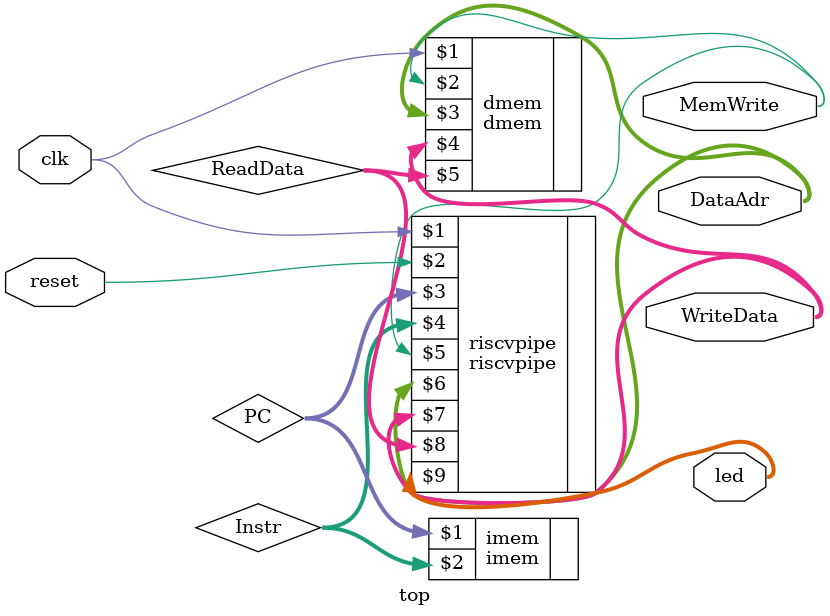
<source format=sv>
module top(input  logic       clk, 
           
           input  logic        reset,                         
           output logic [31:0] WriteData, DataAdr, 
           output logic        MemWrite,
           output logic [7:0] led);

  logic [31:0] PC, Instr, ReadData;
  //logic [31:0] WriteData, DataAdr;
 
  // instantiate processor and memories
  riscvpipe riscvpipe(clk, reset, PC, Instr, MemWrite, DataAdr, WriteData, ReadData,led);
  imem imem(PC, Instr);
  dmem dmem(clk, MemWrite, DataAdr, WriteData, ReadData);

endmodule
</source>
